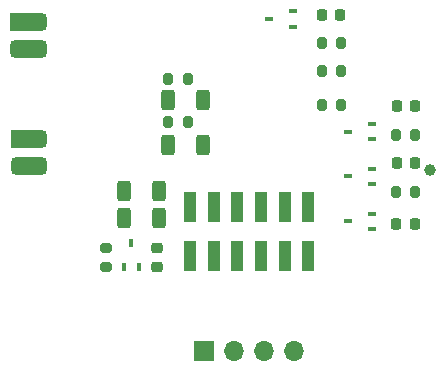
<source format=gbs>
G04 #@! TF.GenerationSoftware,KiCad,Pcbnew,(6.0.5)*
G04 #@! TF.CreationDate,2022-06-06T21:17:38+08:00*
G04 #@! TF.ProjectId,SX7H02060050-1,53583748-3032-4303-9630-3035302d312e,rev?*
G04 #@! TF.SameCoordinates,PX8af34a0PY598cce0*
G04 #@! TF.FileFunction,Soldermask,Bot*
G04 #@! TF.FilePolarity,Negative*
%FSLAX46Y46*%
G04 Gerber Fmt 4.6, Leading zero omitted, Abs format (unit mm)*
G04 Created by KiCad (PCBNEW (6.0.5)) date 2022-06-06 21:17:38*
%MOMM*%
%LPD*%
G01*
G04 APERTURE LIST*
G04 Aperture macros list*
%AMRoundRect*
0 Rectangle with rounded corners*
0 $1 Rounding radius*
0 $2 $3 $4 $5 $6 $7 $8 $9 X,Y pos of 4 corners*
0 Add a 4 corners polygon primitive as box body*
4,1,4,$2,$3,$4,$5,$6,$7,$8,$9,$2,$3,0*
0 Add four circle primitives for the rounded corners*
1,1,$1+$1,$2,$3*
1,1,$1+$1,$4,$5*
1,1,$1+$1,$6,$7*
1,1,$1+$1,$8,$9*
0 Add four rect primitives between the rounded corners*
20,1,$1+$1,$2,$3,$4,$5,0*
20,1,$1+$1,$4,$5,$6,$7,0*
20,1,$1+$1,$6,$7,$8,$9,0*
20,1,$1+$1,$8,$9,$2,$3,0*%
G04 Aperture macros list end*
%ADD10R,2.000000X1.500000*%
%ADD11RoundRect,0.375000X-0.625000X-0.375000X0.625000X-0.375000X0.625000X0.375000X-0.625000X0.375000X0*%
%ADD12R,1.700000X1.700000*%
%ADD13O,1.700000X1.700000*%
%ADD14R,0.700000X0.450000*%
%ADD15RoundRect,0.225000X0.225000X0.250000X-0.225000X0.250000X-0.225000X-0.250000X0.225000X-0.250000X0*%
%ADD16RoundRect,0.250000X0.312500X0.625000X-0.312500X0.625000X-0.312500X-0.625000X0.312500X-0.625000X0*%
%ADD17RoundRect,0.200000X-0.200000X-0.275000X0.200000X-0.275000X0.200000X0.275000X-0.200000X0.275000X0*%
%ADD18R,1.000000X2.580000*%
%ADD19R,0.450000X0.700000*%
%ADD20RoundRect,0.200000X-0.275000X0.200000X-0.275000X-0.200000X0.275000X-0.200000X0.275000X0.200000X0*%
%ADD21C,1.000000*%
%ADD22RoundRect,0.225000X-0.250000X0.225000X-0.250000X-0.225000X0.250000X-0.225000X0.250000X0.225000X0*%
G04 APERTURE END LIST*
D10*
G04 #@! TO.C,SW202*
X-13600000Y29350000D03*
D11*
X-12550000Y29350000D03*
X-12550000Y27050000D03*
X-13600000Y27050000D03*
G04 #@! TD*
G04 #@! TO.C,SW201*
X-12525000Y19425000D03*
D10*
X-13575000Y19425000D03*
D11*
X-12525000Y17125000D03*
X-13575000Y17125000D03*
G04 #@! TD*
D12*
G04 #@! TO.C,J201*
X1750000Y1475000D03*
D13*
X4290000Y1475000D03*
X6830000Y1475000D03*
X9370000Y1475000D03*
G04 #@! TD*
D14*
G04 #@! TO.C,Q204*
X9300000Y30250000D03*
X9300000Y28950000D03*
X7300000Y29600000D03*
G04 #@! TD*
D15*
G04 #@! TO.C,C209*
X13325000Y29900000D03*
X11775000Y29900000D03*
G04 #@! TD*
D16*
G04 #@! TO.C,R212*
X-2037500Y12725000D03*
X-4962500Y12725000D03*
G04 #@! TD*
G04 #@! TO.C,R210*
X-2062500Y15050000D03*
X-4987500Y15050000D03*
G04 #@! TD*
D17*
G04 #@! TO.C,R225*
X18025000Y14937500D03*
X19675000Y14937500D03*
G04 #@! TD*
G04 #@! TO.C,R216*
X18025000Y19812500D03*
X19675000Y19812500D03*
G04 #@! TD*
D18*
G04 #@! TO.C,J202*
X600000Y13685000D03*
X600000Y9515000D03*
X2600000Y13685000D03*
X2600000Y9515000D03*
X4600000Y13685000D03*
X4600000Y9515000D03*
X6600000Y13685000D03*
X6600000Y9515000D03*
X8600000Y13685000D03*
X8600000Y9515000D03*
X10600000Y13685000D03*
X10600000Y9515000D03*
G04 #@! TD*
D17*
G04 #@! TO.C,R214*
X-1237000Y20875000D03*
X413000Y20875000D03*
G04 #@! TD*
D14*
G04 #@! TO.C,Q205*
X16000000Y20700000D03*
X16000000Y19400000D03*
X14000000Y20050000D03*
G04 #@! TD*
D16*
G04 #@! TO.C,R209*
X1685500Y18970000D03*
X-1239500Y18970000D03*
G04 #@! TD*
D15*
G04 #@! TO.C,C208*
X19625000Y17375000D03*
X18075000Y17375000D03*
G04 #@! TD*
D14*
G04 #@! TO.C,Q201*
X16000000Y13125000D03*
X16000000Y11825000D03*
X14000000Y12475000D03*
G04 #@! TD*
D15*
G04 #@! TO.C,C206*
X19600000Y12239000D03*
X18050000Y12239000D03*
G04 #@! TD*
D14*
G04 #@! TO.C,Q203*
X16000000Y16912500D03*
X16000000Y15612500D03*
X14000000Y16262500D03*
G04 #@! TD*
D19*
G04 #@! TO.C,Q202*
X-3725000Y8625000D03*
X-5025000Y8625000D03*
X-4375000Y10625000D03*
G04 #@! TD*
D17*
G04 #@! TO.C,R215*
X11725000Y25233334D03*
X13375000Y25233334D03*
G04 #@! TD*
D15*
G04 #@! TO.C,C210*
X19625000Y22250000D03*
X18075000Y22250000D03*
G04 #@! TD*
D17*
G04 #@! TO.C,R213*
X-1237000Y24558000D03*
X413000Y24558000D03*
G04 #@! TD*
G04 #@! TO.C,R226*
X11725000Y27566667D03*
X13375000Y27566667D03*
G04 #@! TD*
D20*
G04 #@! TO.C,R218*
X-6525000Y10225000D03*
X-6525000Y8575000D03*
G04 #@! TD*
D17*
G04 #@! TO.C,R227*
X11725000Y22275000D03*
X13375000Y22275000D03*
G04 #@! TD*
D16*
G04 #@! TO.C,R208*
X1685500Y22780000D03*
X-1239500Y22780000D03*
G04 #@! TD*
D21*
G04 #@! TO.C,TP217*
X20924000Y16811000D03*
G04 #@! TD*
D22*
G04 #@! TO.C,C207*
X-2175000Y10175000D03*
X-2175000Y8625000D03*
G04 #@! TD*
M02*

</source>
